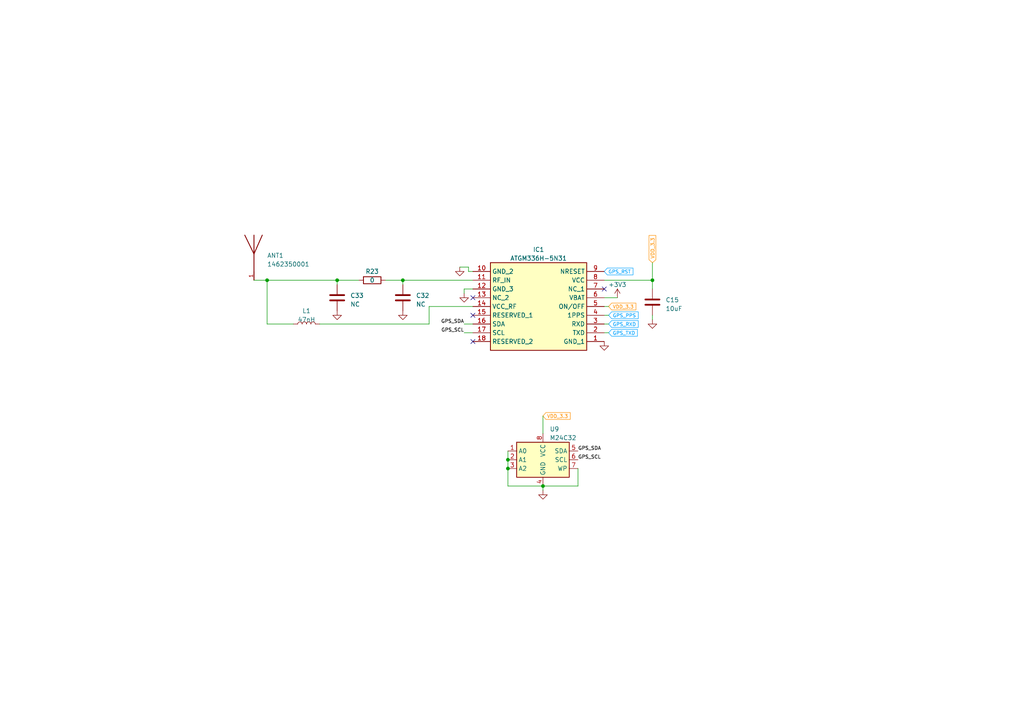
<source format=kicad_sch>
(kicad_sch (version 20230121) (generator eeschema)
  (paper "A4")
  (lib_symbols
    (symbol "1462350001:1462350001" (pin_names (offset 1.016))
      (property "Reference" "ANT" (at -9.8996 3.3096 0))
      (property "Value" "1462350001" (at -10.0268 1.273 0))
      (symbol "1462350001_0_0"
        (polyline (pts (xy 0 2.54) (xy -2.667 8.001)) (stroke (width 0.254)))
        (polyline (pts (xy 0 2.54) (xy 0 -5.08)) (stroke (width 0.254)))
        (polyline (pts (xy 0 8.001) (xy 0 2.54)) (stroke (width 0.254)))
        (polyline (pts (xy 2.413 8.001) (xy 0 2.54)) (stroke (width 0.254)))
        (pin input line (at 0 -5.08 90) (length 2.54) (name "~") (number "1"))
      )
    )
    (symbol "ATGM336H-5N31:ATGM336H-5N31"
      (property "Reference" "IC" (at 34.29 7.62 0))
      (property "Value" "ATGM336H-5N31" (at 34.29 5.08 0))
      (symbol "ATGM336H-5N31_1_1"
        (rectangle (start 5.08 2.54) (end 33.02 -22.86) (stroke (width 0.254)) (fill (type background)))
        (pin passive line (at 38.1 -20.32 180) (length 5.08) (name "GND_1") (number "1"))
        (pin passive line (at 0 0 0) (length 5.08) (name "GND_2") (number "10"))
        (pin passive line (at 0 -2.54 0) (length 5.08) (name "RF_IN") (number "11"))
        (pin passive line (at 0 -5.08 0) (length 5.08) (name "GND_3") (number "12"))
        (pin passive line (at 0 -7.62 0) (length 5.08) (name "NC_2") (number "13"))
        (pin passive line (at 0 -10.16 0) (length 5.08) (name "VCC_RF") (number "14"))
        (pin passive line (at 0 -12.7 0) (length 5.08) (name "RESERVED_1") (number "15"))
        (pin passive line (at 0 -15.24 0) (length 5.08) (name "SDA") (number "16"))
        (pin passive line (at 0 -17.78 0) (length 5.08) (name "SCL") (number "17"))
        (pin passive line (at 0 -20.32 0) (length 5.08) (name "RESERVED_2") (number "18"))
        (pin passive line (at 38.1 -17.78 180) (length 5.08) (name "TXD") (number "2"))
        (pin passive line (at 38.1 -15.24 180) (length 5.08) (name "RXD") (number "3"))
        (pin passive line (at 38.1 -12.7 180) (length 5.08) (name "1PPS") (number "4"))
        (pin passive line (at 38.1 -10.16 180) (length 5.08) (name "ON/OFF") (number "5"))
        (pin passive line (at 38.1 -7.62 180) (length 5.08) (name "VBAT") (number "6"))
        (pin passive line (at 38.1 -5.08 180) (length 5.08) (name "NC_1") (number "7"))
        (pin passive line (at 38.1 -2.54 180) (length 5.08) (name "VCC") (number "8"))
        (pin passive line (at 38.1 0 180) (length 5.08) (name "NRESET") (number "9"))
      )
    )
    (symbol "Device:C" (pin_numbers hide) (pin_names (offset 0.254))
      (property "Reference" "C" (at 0.635 2.54 0))
      (property "Value" "C" (at 0.635 -2.54 0))
      (symbol "C_0_1"
        (polyline (pts (xy -2.032 -0.762) (xy 2.032 -0.762)) (stroke (width 0.508)))
        (polyline (pts (xy -2.032 0.762) (xy 2.032 0.762)) (stroke (width 0.508)))
      )
      (symbol "C_1_1"
        (pin passive line (at 0 3.81 270) (length 2.794) (name "~") (number "1"))
        (pin passive line (at 0 -3.81 90) (length 2.794) (name "~") (number "2"))
      )
    )
    (symbol "Device:L" (pin_numbers hide) (pin_names (offset 1.016) hide)
      (property "Reference" "L" (at -1.27 0 90))
      (property "Value" "L" (at 1.905 0 90))
      (symbol "L_0_1"
        (arc (start 0 -2.54) (mid 0.6323 -1.905) (end 0 -1.27))
        (arc (start 0 -1.27) (mid 0.6323 -0.635) (end 0 0))
        (arc (start 0 0) (mid 0.6323 0.635) (end 0 1.27))
        (arc (start 0 1.27) (mid 0.6323 1.905) (end 0 2.54))
      )
      (symbol "L_1_1"
        (pin passive line (at 0 3.81 270) (length 1.27) (name "1") (number "1"))
        (pin passive line (at 0 -3.81 90) (length 1.27) (name "2") (number "2"))
      )
    )
    (symbol "Device:R" (pin_numbers hide) (pin_names (offset 0))
      (property "Reference" "R" (at 2.032 0 90))
      (property "Value" "R" (at 0 0 90))
      (symbol "R_0_1"
        (rectangle (start -1.016 -2.54) (end 1.016 2.54) (stroke (width 0.254)))
      )
      (symbol "R_1_1"
        (pin passive line (at 0 3.81 270) (length 1.27) (name "~") (number "1"))
        (pin passive line (at 0 -3.81 90) (length 1.27) (name "~") (number "2"))
      )
    )
    (symbol "Memory_EEPROM:24LC32"
      (property "Reference" "U" (at -6.35 6.35 0))
      (property "Value" "24LC32" (at 1.27 6.35 0))
      (symbol "24LC32_1_1"
        (rectangle (start -7.62 5.08) (end 7.62 -5.08) (stroke (width 0.254)) (fill (type background)))
        (pin input line (at -10.16 2.54 0) (length 2.54) (name "A0") (number "1"))
        (pin input line (at -10.16 0 0) (length 2.54) (name "A1") (number "2"))
        (pin input line (at -10.16 -2.54 0) (length 2.54) (name "A2") (number "3"))
        (pin power_in line (at 0 -7.62 90) (length 2.54) (name "GND") (number "4"))
        (pin bidirectional line (at 10.16 2.54 180) (length 2.54) (name "SDA") (number "5"))
        (pin input line (at 10.16 0 180) (length 2.54) (name "SCL") (number "6"))
        (pin input line (at 10.16 -2.54 180) (length 2.54) (name "WP") (number "7"))
        (pin power_in line (at 0 7.62 270) (length 2.54) (name "VCC") (number "8"))
      )
    )
    (symbol "power:+3V3" (power) (pin_names (offset 0))
      (property "Value" "+3V3" (at 0 3.556 0))
      (symbol "+3V3_0_1"
        (polyline (pts (xy -0.762 1.27) (xy 0 2.54)))
        (polyline (pts (xy 0 0) (xy 0 2.54)))
        (polyline (pts (xy 0 2.54) (xy 0.762 1.27)))
      )
      (symbol "+3V3_1_1"
        (pin power_in line (at 0 0 90) (length 0) hide (name "+3V3") (number "1"))
      )
    )
    (symbol "power:GND" (power) (pin_names (offset 0))
      (property "Value" "GND" (at 0 -3.81 0))
      (symbol "GND_0_1"
        (polyline (pts (xy 0 0) (xy 0 -1.27) (xy 1.27 -1.27) (xy 0 -2.54) (xy -1.27 -1.27) (xy 0 -1.27)))
      )
      (symbol "GND_1_1"
        (pin power_in line (at 0 0 270) (length 0) hide (name "GND") (number "1"))
      )
    )
  )
  (junction (at 97.79 81.28))
  (junction (at 116.84 81.28))
  (junction (at 77.47 81.28))
  (junction (at 189.23 81.28))
  (junction (at 147.32 133.35))
  (junction (at 147.32 135.89))
  (junction (at 157.48 140.97))
  (no_connect (at 137.16 86.36))
  (no_connect (at 175.26 83.82))
  (no_connect (at 137.16 91.44))
  (no_connect (at 137.16 99.06))
  (wire (pts (xy 147.32 130.81) (xy 147.32 133.35)))
  (wire (pts (xy 77.47 81.28) (xy 97.79 81.28)))
  (wire (pts (xy 135.89 78.74) (xy 137.16 78.74)))
  (wire (pts (xy 176.53 91.44) (xy 175.26 91.44)))
  (wire (pts (xy 176.53 96.52) (xy 175.26 96.52)))
  (wire (pts (xy 147.32 135.89) (xy 147.32 140.97)))
  (wire (pts (xy 77.47 93.98) (xy 77.47 81.28)))
  (wire (pts (xy 92.71 93.98) (xy 124.46 93.98)))
  (wire (pts (xy 134.62 85.09) (xy 134.62 83.82)))
  (wire (pts (xy 116.84 81.28) (xy 137.16 81.28)))
  (wire (pts (xy 97.79 82.55) (xy 97.79 81.28)))
  (wire (pts (xy 134.62 83.82) (xy 137.16 83.82)))
  (wire (pts (xy 189.23 92.71) (xy 189.23 91.44)))
  (wire (pts (xy 189.23 76.2) (xy 189.23 81.28)))
  (wire (pts (xy 134.62 96.52) (xy 137.16 96.52)))
  (wire (pts (xy 97.79 81.28) (xy 104.14 81.28)))
  (wire (pts (xy 176.53 93.98) (xy 175.26 93.98)))
  (wire (pts (xy 73.66 81.28) (xy 77.47 81.28)))
  (wire (pts (xy 77.47 93.98) (xy 85.09 93.98)))
  (wire (pts (xy 175.26 86.36) (xy 179.07 86.36)))
  (wire (pts (xy 157.48 120.65) (xy 157.48 125.73)))
  (wire (pts (xy 147.32 133.35) (xy 147.32 135.89)))
  (wire (pts (xy 157.48 142.24) (xy 157.48 140.97)))
  (wire (pts (xy 189.23 81.28) (xy 189.23 83.82)))
  (wire (pts (xy 133.35 77.47) (xy 135.89 77.47)))
  (wire (pts (xy 167.64 140.97) (xy 157.48 140.97)))
  (wire (pts (xy 135.89 77.47) (xy 135.89 78.74)))
  (wire (pts (xy 147.32 140.97) (xy 157.48 140.97)))
  (wire (pts (xy 167.64 135.89) (xy 167.64 140.97)))
  (wire (pts (xy 124.46 88.9) (xy 137.16 88.9)))
  (wire (pts (xy 175.26 81.28) (xy 189.23 81.28)))
  (wire (pts (xy 111.76 81.28) (xy 116.84 81.28)))
  (wire (pts (xy 124.46 93.98) (xy 124.46 88.9)))
  (wire (pts (xy 134.62 93.98) (xy 137.16 93.98)))
  (wire (pts (xy 116.84 81.28) (xy 116.84 82.55)))
  (wire (pts (xy 176.53 88.9) (xy 175.26 88.9)))
  (label "GPS_SCL" (at 167.64 133.35 0) (effects (font (size 1 1))))
  (label "GPS_SDA" (at 167.64 130.81 0) (effects (font (size 1 1))))
  (label "GPS_SCL" (at 134.62 96.52 180) (effects (font (size 1 1))))
  (label "GPS_SDA" (at 134.62 93.98 180) (effects (font (size 1 1))))
  (global_label "GPS_RST" (shape input) (at 175.26 78.74 0) (effects (font (size 1 1))) (property "Intersheetrefs" "${INTERSHEET_REFS}" (effects hide)))
  (global_label "GPS_TXD" (shape input) (at 176.53 96.52 0) (effects (font (size 1 1))) (property "Intersheetrefs" "${INTERSHEET_REFS}" (effects hide)))
  (global_label "VDD_3.3" (shape input) (at 189.23 76.2 90) (effects (font (size 1 1))) (property "Intersheetrefs" "${INTERSHEET_REFS}" (effects hide)))
  (global_label "GPS_RXD" (shape input) (at 176.53 93.98 0) (effects (font (size 1 1))) (property "Intersheetrefs" "${INTERSHEET_REFS}" (effects hide)))
  (global_label "VDD_3.3" (shape input) (at 176.53 88.9 0) (effects (font (size 1 1))) (property "Intersheetrefs" "${INTERSHEET_REFS}" (effects hide)))
  (global_label "GPS_PPS" (shape input) (at 176.53 91.44 0) (effects (font (size 1 1))) (property "Intersheetrefs" "${INTERSHEET_REFS}" (effects hide)))
  (global_label "VDD_3.3" (shape input) (at 157.48 120.65 0) (effects (font (size 1 1))) (property "Intersheetrefs" "${INTERSHEET_REFS}" (effects hide)))
  (symbol (lib_id "ATGM336H-5N31:ATGM336H-5N31") (at 137.16 78.74 0) (unit 1)
    (property "Reference" "IC1" (at 156.21 72.39 0))
    (property "Value" "ATGM336H-5N31" (at 156.21 74.93 0))
    (property "Footprint" "ATGM336H-5N31:ATGM336H5N31" (effects hide))
    (property "Datasheet" "https://datasheet.lcsc.com/szlcsc/ZHONGKEWEI-ATGM336H-5N31_C90770.pdf" (effects hide))
    (property "Height" "2.6" (effects hide))
    (property "Manufacturer_Name" "ZHONGKEWEI" (effects hide))
    (property "Manufacturer_Part_Number" "ATGM336H-5N31" (effects hide))
  )
  (symbol (lib_id "power:GND") (at 134.62 85.09 0) (mirror y) (unit 1)
    (property "Reference" "#PWR059" (effects hide))
    (property "Value" "GND" (effects hide))
  )
  (symbol (lib_id "power:+3V3") (at 179.07 86.36 0) (unit 1)
    (property "Reference" "#PWR034" (effects hide))
    (property "Value" "+3V3" (at 179.07 82.55 0))
    (instances (project "RP2040_SOS_band" (path "" (reference "#PWR034") (unit 1)) (path "" (reference "#PWR071") (unit 1)) (path "" (reference "#PWR053") (unit 1))))
  )
  (symbol (lib_id "1462350001:1462350001") (at 73.66 76.2 0) (unit 1)
    (property "Reference" "ANT1" (at 77.47 74.1045 0) (effects (justify left)))
    (property "Value" "1462350001" (at 77.47 76.6445 0) (effects (justify left)))
    (property "Footprint" "Molex GPS antenna:ANT_1462350001" (effects hide))
    (property "PARTREV" "B" (effects hide))
    (property "MANUFACTURER" "Molex" (effects hide))
    (property "STANDARD" "Manufacturer Recommendation" (effects hide))
  )
  (symbol (lib_id "power:GND") (at 175.26 99.06 0) (unit 1)
    (property "Reference" "#PWR057" (effects hide))
    (property "Value" "GND" (effects hide))
  )
  (symbol (lib_id "power:GND") (at 189.23 92.71 0) (unit 1)
    (property "Reference" "#PWR052" (effects hide))
    (property "Value" "GND" (effects hide))
  )
  (symbol (lib_id "Device:C") (at 116.84 86.36 0) (unit 1)
    (property "Reference" "C32" (at 120.65 85.725 0) (effects (justify left)))
    (property "Value" "NC" (at 120.65 88.265 0) (effects (justify left)))
    (property "Footprint" "Capacitor_SMD:C_0402_1005Metric_Pad0.74x0.62mm_HandSolder" (effects hide))
    (instances (project "RP2040_SOS_band" (path "" (reference "C32") (unit 1)) (path "" (reference "C35") (unit 1))))
  )
  (symbol (lib_id "Device:L") (at 88.9 93.98 90) (unit 1)
    (property "Reference" "L1" (at 88.9 90.17 90))
    (property "Value" "47nH" (at 88.9 92.71 90))
    (property "Footprint" "Inductor_SMD:L_0402_1005Metric" (effects hide))
  )
  (symbol (lib_id "Memory_EEPROM:24LC32") (at 157.48 133.35 0) (unit 1)
    (property "Reference" "U9" (at 159.4359 124.46 0) (effects (justify left)))
    (property "Value" "M24C32" (at 159.4359 127 0) (effects (justify left)))
    (property "Footprint" "Package_SO:TSSOP-8_4.4x3mm_P0.65mm" (effects hide))
    (property "Datasheet" "http://ww1.microchip.com/downloads/en/DeviceDoc/21072G.pdf" (effects hide))
  )
  (symbol (lib_id "power:GND") (at 116.84 90.17 0) (unit 1)
    (property "Reference" "#PWR076" (effects hide))
    (property "Value" "GND" (effects hide))
    (instances (project "RP2040_SOS_band" (path "" (reference "#PWR076") (unit 1)) (path "" (reference "#PWR072") (unit 1))))
  )
  (symbol (lib_id "Device:C") (at 189.23 87.63 0) (unit 1)
    (property "Reference" "C15" (at 193.04 86.995 0) (effects (justify left)))
    (property "Value" "10uF" (at 193.04 89.535 0) (effects (justify left)))
    (property "Footprint" "Capacitor_SMD:C_0402_1005Metric_Pad0.74x0.62mm_HandSolder" (effects hide))
  )
  (symbol (lib_id "Device:C") (at 97.79 86.36 0) (unit 1)
    (property "Reference" "C33" (at 101.6 85.725 0) (effects (justify left)))
    (property "Value" "NC" (at 101.6 88.265 0) (effects (justify left)))
    (property "Footprint" "Capacitor_SMD:C_0402_1005Metric_Pad0.74x0.62mm_HandSolder" (effects hide))
    (instances (project "RP2040_SOS_band" (path "" (reference "C33") (unit 1)) (path "" (reference "C34") (unit 1))))
  )
  (symbol (lib_id "power:GND") (at 157.48 142.24 0) (unit 1)
    (property "Reference" "#PWR058" (effects hide))
    (property "Value" "GND" (effects hide))
  )
  (symbol (lib_id "Device:R") (at 107.95 81.28 90) (unit 1)
    (property "Reference" "R23" (at 107.95 78.74 90))
    (property "Value" "0" (at 107.95 81.28 90))
    (property "Footprint" "Resistor_SMD:R_0402_1005Metric_Pad0.72x0.64mm_HandSolder" (effects hide))
    (instances (project "RP2040_SOS_band" (path "" (reference "R23") (unit 1)) (path "" (reference "R24") (unit 1))))
  )
  (symbol (lib_id "power:GND") (at 97.79 90.17 0) (unit 1)
    (property "Reference" "#PWR074" (effects hide))
    (property "Value" "GND" (effects hide))
    (instances (project "RP2040_SOS_band" (path "" (reference "#PWR074") (unit 1)) (path "" (reference "#PWR061") (unit 1))))
  )
  (symbol (lib_id "power:GND") (at 133.35 77.47 0) (mirror y) (unit 1)
    (property "Reference" "#PWR060" (effects hide))
    (property "Value" "GND" (effects hide))
  )
)
</source>
